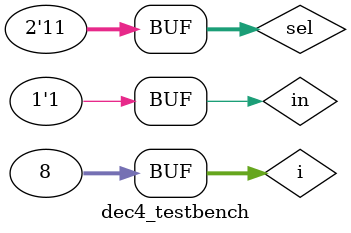
<source format=sv>
`timescale 1ps/1ps

module dec4(out, in, sel); // 4 bit decoder, building block for 32 bit decoder
	output logic [3:0] out;
	input logic in;
	input logic [1:0]sel;
	
	logic [1:0] not_sel;
	
	// nots of the selection input
	not #50 n0 (not_sel[0], sel[0]);
	not #50 n1 (not_sel[1], sel[1]);
	
	// selecting the correct register (if enabled, ie in==1)
	and #50 a0 (out[0], not_sel[0], not_sel[1], in);
	and #50 a1 (out[1], sel[0], not_sel[1], in);
	and #50 a2 (out[2], not_sel[0], sel[1], in);
	and #50 a3 (out[3], sel[0], sel[1], in);
endmodule

module dec4_testbench(); //testbench
	logic in;
	logic [1:0] sel;
	logic [3:0] out;
	
	dec4 dut (.out, .in, .sel);
	
	integer i;
	initial begin
		for(i=0; i<(8); i++) begin
			{sel[1], sel[0], in} = i; #250;
		end
	end
endmodule
</source>
